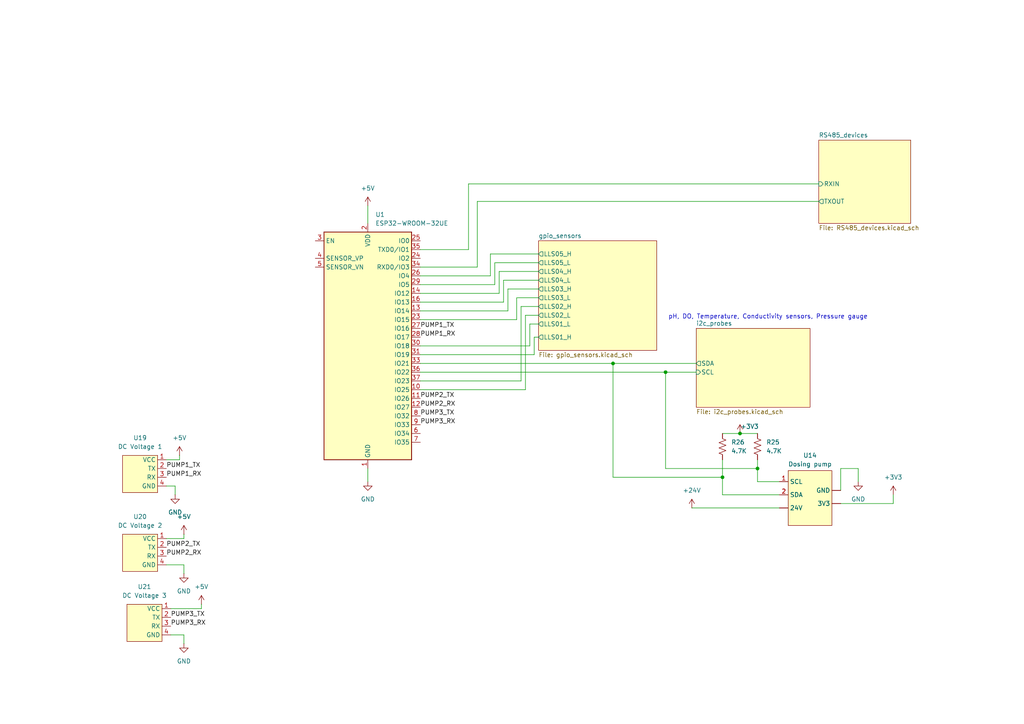
<source format=kicad_sch>
(kicad_sch
	(version 20231120)
	(generator "eeschema")
	(generator_version "8.0")
	(uuid "817c1b7f-8402-400b-b23d-5cabf64d6980")
	(paper "A4")
	(lib_symbols
		(symbol "Device:R_US"
			(pin_numbers hide)
			(pin_names
				(offset 0)
			)
			(exclude_from_sim no)
			(in_bom yes)
			(on_board yes)
			(property "Reference" "R"
				(at 2.54 0 90)
				(effects
					(font
						(size 1.27 1.27)
					)
				)
			)
			(property "Value" "R_US"
				(at -2.54 0 90)
				(effects
					(font
						(size 1.27 1.27)
					)
				)
			)
			(property "Footprint" ""
				(at 1.016 -0.254 90)
				(effects
					(font
						(size 1.27 1.27)
					)
					(hide yes)
				)
			)
			(property "Datasheet" "~"
				(at 0 0 0)
				(effects
					(font
						(size 1.27 1.27)
					)
					(hide yes)
				)
			)
			(property "Description" "Resistor, US symbol"
				(at 0 0 0)
				(effects
					(font
						(size 1.27 1.27)
					)
					(hide yes)
				)
			)
			(property "ki_keywords" "R res resistor"
				(at 0 0 0)
				(effects
					(font
						(size 1.27 1.27)
					)
					(hide yes)
				)
			)
			(property "ki_fp_filters" "R_*"
				(at 0 0 0)
				(effects
					(font
						(size 1.27 1.27)
					)
					(hide yes)
				)
			)
			(symbol "R_US_0_1"
				(polyline
					(pts
						(xy 0 -2.286) (xy 0 -2.54)
					)
					(stroke
						(width 0)
						(type default)
					)
					(fill
						(type none)
					)
				)
				(polyline
					(pts
						(xy 0 2.286) (xy 0 2.54)
					)
					(stroke
						(width 0)
						(type default)
					)
					(fill
						(type none)
					)
				)
				(polyline
					(pts
						(xy 0 -0.762) (xy 1.016 -1.143) (xy 0 -1.524) (xy -1.016 -1.905) (xy 0 -2.286)
					)
					(stroke
						(width 0)
						(type default)
					)
					(fill
						(type none)
					)
				)
				(polyline
					(pts
						(xy 0 0.762) (xy 1.016 0.381) (xy 0 0) (xy -1.016 -0.381) (xy 0 -0.762)
					)
					(stroke
						(width 0)
						(type default)
					)
					(fill
						(type none)
					)
				)
				(polyline
					(pts
						(xy 0 2.286) (xy 1.016 1.905) (xy 0 1.524) (xy -1.016 1.143) (xy 0 0.762)
					)
					(stroke
						(width 0)
						(type default)
					)
					(fill
						(type none)
					)
				)
			)
			(symbol "R_US_1_1"
				(pin passive line
					(at 0 3.81 270)
					(length 1.27)
					(name "~"
						(effects
							(font
								(size 1.27 1.27)
							)
						)
					)
					(number "1"
						(effects
							(font
								(size 1.27 1.27)
							)
						)
					)
				)
				(pin passive line
					(at 0 -3.81 90)
					(length 1.27)
					(name "~"
						(effects
							(font
								(size 1.27 1.27)
							)
						)
					)
					(number "2"
						(effects
							(font
								(size 1.27 1.27)
							)
						)
					)
				)
			)
		)
		(symbol "RF_Module:ESP32-WROOM-32UE"
			(exclude_from_sim no)
			(in_bom yes)
			(on_board yes)
			(property "Reference" "U"
				(at -12.7 34.29 0)
				(effects
					(font
						(size 1.27 1.27)
					)
					(justify left)
				)
			)
			(property "Value" "ESP32-WROOM-32UE"
				(at 1.27 34.29 0)
				(effects
					(font
						(size 1.27 1.27)
					)
					(justify left)
				)
			)
			(property "Footprint" "RF_Module:ESP32-WROOM-32UE"
				(at 16.51 -34.29 0)
				(effects
					(font
						(size 1.27 1.27)
					)
					(hide yes)
				)
			)
			(property "Datasheet" "https://www.espressif.com/sites/default/files/documentation/esp32-wroom-32e_esp32-wroom-32ue_datasheet_en.pdf"
				(at 0 0 0)
				(effects
					(font
						(size 1.27 1.27)
					)
					(hide yes)
				)
			)
			(property "Description" "RF Module, ESP32-D0WD-V3 SoC, without PSRAM, Wi-Fi 802.11b/g/n, Bluetooth, BLE, 32-bit, 2.7-3.6V, external antenna, SMD"
				(at 0 0 0)
				(effects
					(font
						(size 1.27 1.27)
					)
					(hide yes)
				)
			)
			(property "ki_keywords" "RF Radio BT ESP ESP32 Espressif external U.FL antenna"
				(at 0 0 0)
				(effects
					(font
						(size 1.27 1.27)
					)
					(hide yes)
				)
			)
			(property "ki_fp_filters" "ESP32?WROOM?32UE*"
				(at 0 0 0)
				(effects
					(font
						(size 1.27 1.27)
					)
					(hide yes)
				)
			)
			(symbol "ESP32-WROOM-32UE_0_1"
				(rectangle
					(start -12.7 33.02)
					(end 12.7 -33.02)
					(stroke
						(width 0.254)
						(type default)
					)
					(fill
						(type background)
					)
				)
			)
			(symbol "ESP32-WROOM-32UE_1_1"
				(pin power_in line
					(at 0 -35.56 90)
					(length 2.54)
					(name "GND"
						(effects
							(font
								(size 1.27 1.27)
							)
						)
					)
					(number "1"
						(effects
							(font
								(size 1.27 1.27)
							)
						)
					)
				)
				(pin bidirectional line
					(at 15.24 -12.7 180)
					(length 2.54)
					(name "IO25"
						(effects
							(font
								(size 1.27 1.27)
							)
						)
					)
					(number "10"
						(effects
							(font
								(size 1.27 1.27)
							)
						)
					)
				)
				(pin bidirectional line
					(at 15.24 -15.24 180)
					(length 2.54)
					(name "IO26"
						(effects
							(font
								(size 1.27 1.27)
							)
						)
					)
					(number "11"
						(effects
							(font
								(size 1.27 1.27)
							)
						)
					)
				)
				(pin bidirectional line
					(at 15.24 -17.78 180)
					(length 2.54)
					(name "IO27"
						(effects
							(font
								(size 1.27 1.27)
							)
						)
					)
					(number "12"
						(effects
							(font
								(size 1.27 1.27)
							)
						)
					)
				)
				(pin bidirectional line
					(at 15.24 10.16 180)
					(length 2.54)
					(name "IO14"
						(effects
							(font
								(size 1.27 1.27)
							)
						)
					)
					(number "13"
						(effects
							(font
								(size 1.27 1.27)
							)
						)
					)
				)
				(pin bidirectional line
					(at 15.24 15.24 180)
					(length 2.54)
					(name "IO12"
						(effects
							(font
								(size 1.27 1.27)
							)
						)
					)
					(number "14"
						(effects
							(font
								(size 1.27 1.27)
							)
						)
					)
				)
				(pin passive line
					(at 0 -35.56 90)
					(length 2.54) hide
					(name "GND"
						(effects
							(font
								(size 1.27 1.27)
							)
						)
					)
					(number "15"
						(effects
							(font
								(size 1.27 1.27)
							)
						)
					)
				)
				(pin bidirectional line
					(at 15.24 12.7 180)
					(length 2.54)
					(name "IO13"
						(effects
							(font
								(size 1.27 1.27)
							)
						)
					)
					(number "16"
						(effects
							(font
								(size 1.27 1.27)
							)
						)
					)
				)
				(pin no_connect line
					(at -12.7 -5.08 0)
					(length 2.54) hide
					(name "NC"
						(effects
							(font
								(size 1.27 1.27)
							)
						)
					)
					(number "17"
						(effects
							(font
								(size 1.27 1.27)
							)
						)
					)
				)
				(pin no_connect line
					(at -12.7 -7.62 0)
					(length 2.54) hide
					(name "NC"
						(effects
							(font
								(size 1.27 1.27)
							)
						)
					)
					(number "18"
						(effects
							(font
								(size 1.27 1.27)
							)
						)
					)
				)
				(pin no_connect line
					(at -12.7 -12.7 0)
					(length 2.54) hide
					(name "NC"
						(effects
							(font
								(size 1.27 1.27)
							)
						)
					)
					(number "19"
						(effects
							(font
								(size 1.27 1.27)
							)
						)
					)
				)
				(pin power_in line
					(at 0 35.56 270)
					(length 2.54)
					(name "VDD"
						(effects
							(font
								(size 1.27 1.27)
							)
						)
					)
					(number "2"
						(effects
							(font
								(size 1.27 1.27)
							)
						)
					)
				)
				(pin no_connect line
					(at -12.7 -10.16 0)
					(length 2.54) hide
					(name "NC"
						(effects
							(font
								(size 1.27 1.27)
							)
						)
					)
					(number "20"
						(effects
							(font
								(size 1.27 1.27)
							)
						)
					)
				)
				(pin no_connect line
					(at -12.7 0 0)
					(length 2.54) hide
					(name "NC"
						(effects
							(font
								(size 1.27 1.27)
							)
						)
					)
					(number "21"
						(effects
							(font
								(size 1.27 1.27)
							)
						)
					)
				)
				(pin no_connect line
					(at -12.7 -2.54 0)
					(length 2.54) hide
					(name "NC"
						(effects
							(font
								(size 1.27 1.27)
							)
						)
					)
					(number "22"
						(effects
							(font
								(size 1.27 1.27)
							)
						)
					)
				)
				(pin bidirectional line
					(at 15.24 7.62 180)
					(length 2.54)
					(name "IO15"
						(effects
							(font
								(size 1.27 1.27)
							)
						)
					)
					(number "23"
						(effects
							(font
								(size 1.27 1.27)
							)
						)
					)
				)
				(pin bidirectional line
					(at 15.24 25.4 180)
					(length 2.54)
					(name "IO2"
						(effects
							(font
								(size 1.27 1.27)
							)
						)
					)
					(number "24"
						(effects
							(font
								(size 1.27 1.27)
							)
						)
					)
				)
				(pin bidirectional line
					(at 15.24 30.48 180)
					(length 2.54)
					(name "IO0"
						(effects
							(font
								(size 1.27 1.27)
							)
						)
					)
					(number "25"
						(effects
							(font
								(size 1.27 1.27)
							)
						)
					)
				)
				(pin bidirectional line
					(at 15.24 20.32 180)
					(length 2.54)
					(name "IO4"
						(effects
							(font
								(size 1.27 1.27)
							)
						)
					)
					(number "26"
						(effects
							(font
								(size 1.27 1.27)
							)
						)
					)
				)
				(pin bidirectional line
					(at 15.24 5.08 180)
					(length 2.54)
					(name "IO16"
						(effects
							(font
								(size 1.27 1.27)
							)
						)
					)
					(number "27"
						(effects
							(font
								(size 1.27 1.27)
							)
						)
					)
				)
				(pin bidirectional line
					(at 15.24 2.54 180)
					(length 2.54)
					(name "IO17"
						(effects
							(font
								(size 1.27 1.27)
							)
						)
					)
					(number "28"
						(effects
							(font
								(size 1.27 1.27)
							)
						)
					)
				)
				(pin bidirectional line
					(at 15.24 17.78 180)
					(length 2.54)
					(name "IO5"
						(effects
							(font
								(size 1.27 1.27)
							)
						)
					)
					(number "29"
						(effects
							(font
								(size 1.27 1.27)
							)
						)
					)
				)
				(pin input line
					(at -15.24 30.48 0)
					(length 2.54)
					(name "EN"
						(effects
							(font
								(size 1.27 1.27)
							)
						)
					)
					(number "3"
						(effects
							(font
								(size 1.27 1.27)
							)
						)
					)
				)
				(pin bidirectional line
					(at 15.24 0 180)
					(length 2.54)
					(name "IO18"
						(effects
							(font
								(size 1.27 1.27)
							)
						)
					)
					(number "30"
						(effects
							(font
								(size 1.27 1.27)
							)
						)
					)
				)
				(pin bidirectional line
					(at 15.24 -2.54 180)
					(length 2.54)
					(name "IO19"
						(effects
							(font
								(size 1.27 1.27)
							)
						)
					)
					(number "31"
						(effects
							(font
								(size 1.27 1.27)
							)
						)
					)
				)
				(pin no_connect line
					(at -12.7 -27.94 0)
					(length 2.54) hide
					(name "NC"
						(effects
							(font
								(size 1.27 1.27)
							)
						)
					)
					(number "32"
						(effects
							(font
								(size 1.27 1.27)
							)
						)
					)
				)
				(pin bidirectional line
					(at 15.24 -5.08 180)
					(length 2.54)
					(name "IO21"
						(effects
							(font
								(size 1.27 1.27)
							)
						)
					)
					(number "33"
						(effects
							(font
								(size 1.27 1.27)
							)
						)
					)
				)
				(pin bidirectional line
					(at 15.24 22.86 180)
					(length 2.54)
					(name "RXD0/IO3"
						(effects
							(font
								(size 1.27 1.27)
							)
						)
					)
					(number "34"
						(effects
							(font
								(size 1.27 1.27)
							)
						)
					)
				)
				(pin bidirectional line
					(at 15.24 27.94 180)
					(length 2.54)
					(name "TXD0/IO1"
						(effects
							(font
								(size 1.27 1.27)
							)
						)
					)
					(number "35"
						(effects
							(font
								(size 1.27 1.27)
							)
						)
					)
				)
				(pin bidirectional line
					(at 15.24 -7.62 180)
					(length 2.54)
					(name "IO22"
						(effects
							(font
								(size 1.27 1.27)
							)
						)
					)
					(number "36"
						(effects
							(font
								(size 1.27 1.27)
							)
						)
					)
				)
				(pin bidirectional line
					(at 15.24 -10.16 180)
					(length 2.54)
					(name "IO23"
						(effects
							(font
								(size 1.27 1.27)
							)
						)
					)
					(number "37"
						(effects
							(font
								(size 1.27 1.27)
							)
						)
					)
				)
				(pin passive line
					(at 0 -35.56 90)
					(length 2.54) hide
					(name "GND"
						(effects
							(font
								(size 1.27 1.27)
							)
						)
					)
					(number "38"
						(effects
							(font
								(size 1.27 1.27)
							)
						)
					)
				)
				(pin passive line
					(at 0 -35.56 90)
					(length 2.54) hide
					(name "GND"
						(effects
							(font
								(size 1.27 1.27)
							)
						)
					)
					(number "39"
						(effects
							(font
								(size 1.27 1.27)
							)
						)
					)
				)
				(pin input line
					(at -15.24 25.4 0)
					(length 2.54)
					(name "SENSOR_VP"
						(effects
							(font
								(size 1.27 1.27)
							)
						)
					)
					(number "4"
						(effects
							(font
								(size 1.27 1.27)
							)
						)
					)
				)
				(pin input line
					(at -15.24 22.86 0)
					(length 2.54)
					(name "SENSOR_VN"
						(effects
							(font
								(size 1.27 1.27)
							)
						)
					)
					(number "5"
						(effects
							(font
								(size 1.27 1.27)
							)
						)
					)
				)
				(pin input line
					(at 15.24 -25.4 180)
					(length 2.54)
					(name "IO34"
						(effects
							(font
								(size 1.27 1.27)
							)
						)
					)
					(number "6"
						(effects
							(font
								(size 1.27 1.27)
							)
						)
					)
				)
				(pin input line
					(at 15.24 -27.94 180)
					(length 2.54)
					(name "IO35"
						(effects
							(font
								(size 1.27 1.27)
							)
						)
					)
					(number "7"
						(effects
							(font
								(size 1.27 1.27)
							)
						)
					)
				)
				(pin bidirectional line
					(at 15.24 -20.32 180)
					(length 2.54)
					(name "IO32"
						(effects
							(font
								(size 1.27 1.27)
							)
						)
					)
					(number "8"
						(effects
							(font
								(size 1.27 1.27)
							)
						)
					)
				)
				(pin bidirectional line
					(at 15.24 -22.86 180)
					(length 2.54)
					(name "IO33"
						(effects
							(font
								(size 1.27 1.27)
							)
						)
					)
					(number "9"
						(effects
							(font
								(size 1.27 1.27)
							)
						)
					)
				)
			)
		)
		(symbol "esp32-wastewater:RS232_to_UART"
			(exclude_from_sim no)
			(in_bom yes)
			(on_board yes)
			(property "Reference" "U"
				(at 0 0 0)
				(effects
					(font
						(size 1.27 1.27)
					)
				)
			)
			(property "Value" "RS232 to UART"
				(at 0 0 0)
				(effects
					(font
						(size 1.27 1.27)
					)
				)
			)
			(property "Footprint" ""
				(at 0 0 0)
				(effects
					(font
						(size 1.27 1.27)
					)
					(hide yes)
				)
			)
			(property "Datasheet" ""
				(at 0 0 0)
				(effects
					(font
						(size 1.27 1.27)
					)
					(hide yes)
				)
			)
			(property "Description" ""
				(at 0 0 0)
				(effects
					(font
						(size 1.27 1.27)
					)
					(hide yes)
				)
			)
			(symbol "RS232_to_UART_1_1"
				(rectangle
					(start -8.89 -1.27)
					(end 1.27 -12.065)
					(stroke
						(width 0)
						(type default)
					)
					(fill
						(type background)
					)
				)
				(pin power_in line
					(at 3.81 -2.54 180)
					(length 2.54)
					(name "VCC"
						(effects
							(font
								(size 1.27 1.27)
							)
						)
					)
					(number "1"
						(effects
							(font
								(size 1.27 1.27)
							)
						)
					)
				)
				(pin output line
					(at 3.81 -5.08 180)
					(length 2.54)
					(name "TX"
						(effects
							(font
								(size 1.27 1.27)
							)
						)
					)
					(number "2"
						(effects
							(font
								(size 1.27 1.27)
							)
						)
					)
				)
				(pin input line
					(at 3.81 -7.62 180)
					(length 2.54)
					(name "RX"
						(effects
							(font
								(size 1.27 1.27)
							)
						)
					)
					(number "3"
						(effects
							(font
								(size 1.27 1.27)
							)
						)
					)
				)
				(pin power_in line
					(at 3.81 -10.16 180)
					(length 2.54)
					(name "GND"
						(effects
							(font
								(size 1.27 1.27)
							)
						)
					)
					(number "4"
						(effects
							(font
								(size 1.27 1.27)
							)
						)
					)
				)
			)
		)
		(symbol "esp32-wastewater:dosing_pump"
			(exclude_from_sim no)
			(in_bom yes)
			(on_board yes)
			(property "Reference" "U"
				(at 0 0 0)
				(effects
					(font
						(size 1.27 1.27)
					)
				)
			)
			(property "Value" "Dosing pump"
				(at 0.762 -18.034 0)
				(effects
					(font
						(size 1.27 1.27)
					)
				)
			)
			(property "Footprint" ""
				(at 0 0 0)
				(effects
					(font
						(size 1.27 1.27)
					)
					(hide yes)
				)
			)
			(property "Datasheet" ""
				(at 0 0 0)
				(effects
					(font
						(size 1.27 1.27)
					)
					(hide yes)
				)
			)
			(property "Description" ""
				(at 0 0 0)
				(effects
					(font
						(size 1.27 1.27)
					)
					(hide yes)
				)
			)
			(symbol "dosing_pump_1_1"
				(rectangle
					(start -6.35 -0.635)
					(end 6.35 -16.51)
					(stroke
						(width 0)
						(type default)
					)
					(fill
						(type background)
					)
				)
				(pin power_in line
					(at -8.89 -11.43 0)
					(length 2.54)
					(name "24V"
						(effects
							(font
								(size 1.27 1.27)
							)
						)
					)
					(number ""
						(effects
							(font
								(size 1.27 1.27)
							)
						)
					)
				)
				(pin power_in line
					(at 8.89 -10.16 180)
					(length 2.54)
					(name "3V3"
						(effects
							(font
								(size 1.27 1.27)
							)
						)
					)
					(number ""
						(effects
							(font
								(size 1.27 1.27)
							)
						)
					)
				)
				(pin power_in line
					(at 8.89 -6.35 180)
					(length 2.54)
					(name "GND"
						(effects
							(font
								(size 1.27 1.27)
							)
						)
					)
					(number ""
						(effects
							(font
								(size 1.27 1.27)
							)
						)
					)
				)
				(pin passive line
					(at -8.89 -3.81 0)
					(length 2.54)
					(name "SCL"
						(effects
							(font
								(size 1.27 1.27)
							)
						)
					)
					(number "1"
						(effects
							(font
								(size 1.27 1.27)
							)
						)
					)
				)
				(pin passive line
					(at -8.89 -7.62 0)
					(length 2.54)
					(name "SDA"
						(effects
							(font
								(size 1.27 1.27)
							)
						)
					)
					(number "2"
						(effects
							(font
								(size 1.27 1.27)
							)
						)
					)
				)
			)
		)
		(symbol "power:+24V"
			(power)
			(pin_numbers hide)
			(pin_names
				(offset 0) hide)
			(exclude_from_sim no)
			(in_bom yes)
			(on_board yes)
			(property "Reference" "#PWR"
				(at 0 -3.81 0)
				(effects
					(font
						(size 1.27 1.27)
					)
					(hide yes)
				)
			)
			(property "Value" "+24V"
				(at 0 3.556 0)
				(effects
					(font
						(size 1.27 1.27)
					)
				)
			)
			(property "Footprint" ""
				(at 0 0 0)
				(effects
					(font
						(size 1.27 1.27)
					)
					(hide yes)
				)
			)
			(property "Datasheet" ""
				(at 0 0 0)
				(effects
					(font
						(size 1.27 1.27)
					)
					(hide yes)
				)
			)
			(property "Description" "Power symbol creates a global label with name \"+24V\""
				(at 0 0 0)
				(effects
					(font
						(size 1.27 1.27)
					)
					(hide yes)
				)
			)
			(property "ki_keywords" "global power"
				(at 0 0 0)
				(effects
					(font
						(size 1.27 1.27)
					)
					(hide yes)
				)
			)
			(symbol "+24V_0_1"
				(polyline
					(pts
						(xy -0.762 1.27) (xy 0 2.54)
					)
					(stroke
						(width 0)
						(type default)
					)
					(fill
						(type none)
					)
				)
				(polyline
					(pts
						(xy 0 0) (xy 0 2.54)
					)
					(stroke
						(width 0)
						(type default)
					)
					(fill
						(type none)
					)
				)
				(polyline
					(pts
						(xy 0 2.54) (xy 0.762 1.27)
					)
					(stroke
						(width 0)
						(type default)
					)
					(fill
						(type none)
					)
				)
			)
			(symbol "+24V_1_1"
				(pin power_in line
					(at 0 0 90)
					(length 0)
					(name "~"
						(effects
							(font
								(size 1.27 1.27)
							)
						)
					)
					(number "1"
						(effects
							(font
								(size 1.27 1.27)
							)
						)
					)
				)
			)
		)
		(symbol "power:+3V3"
			(power)
			(pin_numbers hide)
			(pin_names
				(offset 0) hide)
			(exclude_from_sim no)
			(in_bom yes)
			(on_board yes)
			(property "Reference" "#PWR"
				(at 0 -3.81 0)
				(effects
					(font
						(size 1.27 1.27)
					)
					(hide yes)
				)
			)
			(property "Value" "+3V3"
				(at 0 3.556 0)
				(effects
					(font
						(size 1.27 1.27)
					)
				)
			)
			(property "Footprint" ""
				(at 0 0 0)
				(effects
					(font
						(size 1.27 1.27)
					)
					(hide yes)
				)
			)
			(property "Datasheet" ""
				(at 0 0 0)
				(effects
					(font
						(size 1.27 1.27)
					)
					(hide yes)
				)
			)
			(property "Description" "Power symbol creates a global label with name \"+3V3\""
				(at 0 0 0)
				(effects
					(font
						(size 1.27 1.27)
					)
					(hide yes)
				)
			)
			(property "ki_keywords" "global power"
				(at 0 0 0)
				(effects
					(font
						(size 1.27 1.27)
					)
					(hide yes)
				)
			)
			(symbol "+3V3_0_1"
				(polyline
					(pts
						(xy -0.762 1.27) (xy 0 2.54)
					)
					(stroke
						(width 0)
						(type default)
					)
					(fill
						(type none)
					)
				)
				(polyline
					(pts
						(xy 0 0) (xy 0 2.54)
					)
					(stroke
						(width 0)
						(type default)
					)
					(fill
						(type none)
					)
				)
				(polyline
					(pts
						(xy 0 2.54) (xy 0.762 1.27)
					)
					(stroke
						(width 0)
						(type default)
					)
					(fill
						(type none)
					)
				)
			)
			(symbol "+3V3_1_1"
				(pin power_in line
					(at 0 0 90)
					(length 0)
					(name "~"
						(effects
							(font
								(size 1.27 1.27)
							)
						)
					)
					(number "1"
						(effects
							(font
								(size 1.27 1.27)
							)
						)
					)
				)
			)
		)
		(symbol "power:+5V"
			(power)
			(pin_numbers hide)
			(pin_names
				(offset 0) hide)
			(exclude_from_sim no)
			(in_bom yes)
			(on_board yes)
			(property "Reference" "#PWR"
				(at 0 -3.81 0)
				(effects
					(font
						(size 1.27 1.27)
					)
					(hide yes)
				)
			)
			(property "Value" "+5V"
				(at 0 3.556 0)
				(effects
					(font
						(size 1.27 1.27)
					)
				)
			)
			(property "Footprint" ""
				(at 0 0 0)
				(effects
					(font
						(size 1.27 1.27)
					)
					(hide yes)
				)
			)
			(property "Datasheet" ""
				(at 0 0 0)
				(effects
					(font
						(size 1.27 1.27)
					)
					(hide yes)
				)
			)
			(property "Description" "Power symbol creates a global label with name \"+5V\""
				(at 0 0 0)
				(effects
					(font
						(size 1.27 1.27)
					)
					(hide yes)
				)
			)
			(property "ki_keywords" "global power"
				(at 0 0 0)
				(effects
					(font
						(size 1.27 1.27)
					)
					(hide yes)
				)
			)
			(symbol "+5V_0_1"
				(polyline
					(pts
						(xy -0.762 1.27) (xy 0 2.54)
					)
					(stroke
						(width 0)
						(type default)
					)
					(fill
						(type none)
					)
				)
				(polyline
					(pts
						(xy 0 0) (xy 0 2.54)
					)
					(stroke
						(width 0)
						(type default)
					)
					(fill
						(type none)
					)
				)
				(polyline
					(pts
						(xy 0 2.54) (xy 0.762 1.27)
					)
					(stroke
						(width 0)
						(type default)
					)
					(fill
						(type none)
					)
				)
			)
			(symbol "+5V_1_1"
				(pin power_in line
					(at 0 0 90)
					(length 0)
					(name "~"
						(effects
							(font
								(size 1.27 1.27)
							)
						)
					)
					(number "1"
						(effects
							(font
								(size 1.27 1.27)
							)
						)
					)
				)
			)
		)
		(symbol "power:GND"
			(power)
			(pin_numbers hide)
			(pin_names
				(offset 0) hide)
			(exclude_from_sim no)
			(in_bom yes)
			(on_board yes)
			(property "Reference" "#PWR"
				(at 0 -6.35 0)
				(effects
					(font
						(size 1.27 1.27)
					)
					(hide yes)
				)
			)
			(property "Value" "GND"
				(at 0 -3.81 0)
				(effects
					(font
						(size 1.27 1.27)
					)
				)
			)
			(property "Footprint" ""
				(at 0 0 0)
				(effects
					(font
						(size 1.27 1.27)
					)
					(hide yes)
				)
			)
			(property "Datasheet" ""
				(at 0 0 0)
				(effects
					(font
						(size 1.27 1.27)
					)
					(hide yes)
				)
			)
			(property "Description" "Power symbol creates a global label with name \"GND\" , ground"
				(at 0 0 0)
				(effects
					(font
						(size 1.27 1.27)
					)
					(hide yes)
				)
			)
			(property "ki_keywords" "global power"
				(at 0 0 0)
				(effects
					(font
						(size 1.27 1.27)
					)
					(hide yes)
				)
			)
			(symbol "GND_0_1"
				(polyline
					(pts
						(xy 0 0) (xy 0 -1.27) (xy 1.27 -1.27) (xy 0 -2.54) (xy -1.27 -1.27) (xy 0 -1.27)
					)
					(stroke
						(width 0)
						(type default)
					)
					(fill
						(type none)
					)
				)
			)
			(symbol "GND_1_1"
				(pin power_in line
					(at 0 0 270)
					(length 0)
					(name "~"
						(effects
							(font
								(size 1.27 1.27)
							)
						)
					)
					(number "1"
						(effects
							(font
								(size 1.27 1.27)
							)
						)
					)
				)
			)
		)
	)
	(junction
		(at 209.55 138.43)
		(diameter 0)
		(color 0 0 0 0)
		(uuid "53f5e062-e22c-4fc7-b297-42710d7a6098")
	)
	(junction
		(at 177.8 105.41)
		(diameter 0)
		(color 0 0 0 0)
		(uuid "5a3d2f36-2f91-4054-b8ad-7feb7fdaabdf")
	)
	(junction
		(at 219.71 135.89)
		(diameter 0)
		(color 0 0 0 0)
		(uuid "87139f7c-ad66-424f-990b-b2ad0a6cb8d0")
	)
	(junction
		(at 214.63 125.73)
		(diameter 0)
		(color 0 0 0 0)
		(uuid "e8eb8ef0-6d48-41f7-be45-e72c7cd23f7d")
	)
	(junction
		(at 193.04 107.95)
		(diameter 0)
		(color 0 0 0 0)
		(uuid "fb08829b-731b-4be4-bf7c-cba5cf02a1ec")
	)
	(wire
		(pts
			(xy 48.26 163.83) (xy 53.34 163.83)
		)
		(stroke
			(width 0)
			(type default)
		)
		(uuid "00052e63-84cf-46ab-84ee-2a6735ffdc95")
	)
	(wire
		(pts
			(xy 219.71 135.89) (xy 193.04 135.89)
		)
		(stroke
			(width 0)
			(type default)
		)
		(uuid "05065429-45da-47cf-8b8d-8f5958d4a914")
	)
	(wire
		(pts
			(xy 48.26 133.35) (xy 52.07 133.35)
		)
		(stroke
			(width 0)
			(type default)
		)
		(uuid "058fe9a7-ffc2-4294-ad74-b69224158ced")
	)
	(wire
		(pts
			(xy 243.84 146.05) (xy 259.08 146.05)
		)
		(stroke
			(width 0)
			(type default)
		)
		(uuid "0bf31df4-e089-406a-864b-30950f7da73b")
	)
	(wire
		(pts
			(xy 156.21 78.74) (xy 144.78 78.74)
		)
		(stroke
			(width 0)
			(type default)
		)
		(uuid "0ea8b6a6-2bc8-499a-9088-0aed7eb612bb")
	)
	(wire
		(pts
			(xy 53.34 163.83) (xy 53.34 166.37)
		)
		(stroke
			(width 0)
			(type default)
		)
		(uuid "1bb665b0-20b3-4d2e-ab40-7398e65b7669")
	)
	(wire
		(pts
			(xy 156.21 73.66) (xy 142.24 73.66)
		)
		(stroke
			(width 0)
			(type default)
		)
		(uuid "1c2ac37f-9336-41df-96a4-55e78ce73104")
	)
	(wire
		(pts
			(xy 153.67 100.33) (xy 121.92 100.33)
		)
		(stroke
			(width 0)
			(type default)
		)
		(uuid "1d3e5f47-7818-437d-a24b-5363f75beea0")
	)
	(wire
		(pts
			(xy 209.55 125.73) (xy 214.63 125.73)
		)
		(stroke
			(width 0)
			(type default)
		)
		(uuid "23a8dc8d-bc86-413e-8246-b6f826fae270")
	)
	(wire
		(pts
			(xy 53.34 184.15) (xy 53.34 186.69)
		)
		(stroke
			(width 0)
			(type default)
		)
		(uuid "29197ef2-f530-41be-a80a-a1148ae241e5")
	)
	(wire
		(pts
			(xy 259.08 146.05) (xy 259.08 143.51)
		)
		(stroke
			(width 0)
			(type default)
		)
		(uuid "29231559-e04c-43c7-a5e5-935a90724dc3")
	)
	(wire
		(pts
			(xy 156.21 83.82) (xy 147.32 83.82)
		)
		(stroke
			(width 0)
			(type default)
		)
		(uuid "2ab5d084-3a2c-482a-9f10-22c0cf034b4c")
	)
	(wire
		(pts
			(xy 147.32 90.17) (xy 121.92 90.17)
		)
		(stroke
			(width 0)
			(type default)
		)
		(uuid "2cbe36b0-87e9-4c7e-ae54-5f421c2420a0")
	)
	(wire
		(pts
			(xy 156.21 88.9) (xy 151.13 88.9)
		)
		(stroke
			(width 0)
			(type default)
		)
		(uuid "30156fd3-e571-4e1b-9ac2-32b1a065aef0")
	)
	(wire
		(pts
			(xy 214.63 125.73) (xy 219.71 125.73)
		)
		(stroke
			(width 0)
			(type default)
		)
		(uuid "315bb942-e039-4992-b09c-fc9657ff001f")
	)
	(wire
		(pts
			(xy 147.32 83.82) (xy 147.32 90.17)
		)
		(stroke
			(width 0)
			(type default)
		)
		(uuid "36c03f40-f057-4ea0-acd1-ed25542b00a1")
	)
	(wire
		(pts
			(xy 243.84 135.89) (xy 248.92 135.89)
		)
		(stroke
			(width 0)
			(type default)
		)
		(uuid "38bcbacf-5e0f-4999-bfbf-573b50c620ef")
	)
	(wire
		(pts
			(xy 49.53 176.53) (xy 58.42 176.53)
		)
		(stroke
			(width 0)
			(type default)
		)
		(uuid "3ab6af28-f656-49ee-a623-c8caa9b594ab")
	)
	(wire
		(pts
			(xy 156.21 93.98) (xy 153.67 93.98)
		)
		(stroke
			(width 0)
			(type default)
		)
		(uuid "4ec8e312-6396-4f29-a9da-21111869cfa0")
	)
	(wire
		(pts
			(xy 200.66 147.32) (xy 226.06 147.32)
		)
		(stroke
			(width 0)
			(type default)
		)
		(uuid "521ccde3-c761-4725-a317-c32418d4a6fb")
	)
	(wire
		(pts
			(xy 152.4 91.44) (xy 152.4 113.03)
		)
		(stroke
			(width 0)
			(type default)
		)
		(uuid "59feaed7-b93b-4b41-b229-38dd17e0ca1f")
	)
	(wire
		(pts
			(xy 135.89 53.34) (xy 237.49 53.34)
		)
		(stroke
			(width 0)
			(type default)
		)
		(uuid "5acc960b-cede-4583-929a-70410bf7701d")
	)
	(wire
		(pts
			(xy 226.06 139.7) (xy 219.71 139.7)
		)
		(stroke
			(width 0)
			(type default)
		)
		(uuid "5f8bfd67-011e-4edb-b527-68b1477c56a8")
	)
	(wire
		(pts
			(xy 156.21 81.28) (xy 146.05 81.28)
		)
		(stroke
			(width 0)
			(type default)
		)
		(uuid "612a33d0-1ed9-4d3e-88b9-cb50311006a3")
	)
	(wire
		(pts
			(xy 149.86 86.36) (xy 149.86 92.71)
		)
		(stroke
			(width 0)
			(type default)
		)
		(uuid "63c84fc5-8f58-4ceb-95b9-4dad0159f546")
	)
	(wire
		(pts
			(xy 146.05 87.63) (xy 121.92 87.63)
		)
		(stroke
			(width 0)
			(type default)
		)
		(uuid "655a4191-a2f9-4796-93ec-c24b7f0684ed")
	)
	(wire
		(pts
			(xy 106.68 135.89) (xy 106.68 139.7)
		)
		(stroke
			(width 0)
			(type default)
		)
		(uuid "65a15a5e-4396-47ec-919e-d82dbd28645c")
	)
	(wire
		(pts
			(xy 156.21 91.44) (xy 152.4 91.44)
		)
		(stroke
			(width 0)
			(type default)
		)
		(uuid "6ab17325-e2b5-4c3e-b190-c7cfd10c16f2")
	)
	(wire
		(pts
			(xy 48.26 156.21) (xy 53.34 156.21)
		)
		(stroke
			(width 0)
			(type default)
		)
		(uuid "6c112f8e-d407-45d0-88b2-c30cb320736d")
	)
	(wire
		(pts
			(xy 138.43 77.47) (xy 121.92 77.47)
		)
		(stroke
			(width 0)
			(type default)
		)
		(uuid "70dcaa55-f23f-4356-89f3-971f23dac023")
	)
	(wire
		(pts
			(xy 143.51 76.2) (xy 143.51 82.55)
		)
		(stroke
			(width 0)
			(type default)
		)
		(uuid "71c14a15-10d4-4fab-af1a-fcbd15303c06")
	)
	(wire
		(pts
			(xy 156.21 86.36) (xy 149.86 86.36)
		)
		(stroke
			(width 0)
			(type default)
		)
		(uuid "73fbcf81-a161-4a76-aa3c-5e0464f9297b")
	)
	(wire
		(pts
			(xy 138.43 58.42) (xy 138.43 77.47)
		)
		(stroke
			(width 0)
			(type default)
		)
		(uuid "7823c722-29a6-4da4-b8ef-d3f3342e4995")
	)
	(wire
		(pts
			(xy 138.43 58.42) (xy 237.49 58.42)
		)
		(stroke
			(width 0)
			(type default)
		)
		(uuid "7b070a9c-5099-4ca8-a3f0-7d712cd57989")
	)
	(wire
		(pts
			(xy 143.51 82.55) (xy 121.92 82.55)
		)
		(stroke
			(width 0)
			(type default)
		)
		(uuid "7eebbc7f-6795-484a-9f19-09f2390dd4bc")
	)
	(wire
		(pts
			(xy 53.34 156.21) (xy 53.34 154.94)
		)
		(stroke
			(width 0)
			(type default)
		)
		(uuid "7fbaa7dc-a6d7-437f-ad47-04fb26c08b43")
	)
	(wire
		(pts
			(xy 152.4 113.03) (xy 121.92 113.03)
		)
		(stroke
			(width 0)
			(type default)
		)
		(uuid "8118f9a4-9916-4aa2-96c2-c395d45a8310")
	)
	(wire
		(pts
			(xy 177.8 138.43) (xy 177.8 105.41)
		)
		(stroke
			(width 0)
			(type default)
		)
		(uuid "8b5b46d1-8d5c-4072-9fd7-6b86c9e45c79")
	)
	(wire
		(pts
			(xy 156.21 97.79) (xy 154.94 97.79)
		)
		(stroke
			(width 0)
			(type default)
		)
		(uuid "8bcd795c-22b0-426b-b712-74283060c539")
	)
	(wire
		(pts
			(xy 209.55 143.51) (xy 209.55 138.43)
		)
		(stroke
			(width 0)
			(type default)
		)
		(uuid "8c4f18c5-6f63-47b8-bd20-f41bd50252f6")
	)
	(wire
		(pts
			(xy 135.89 72.39) (xy 121.92 72.39)
		)
		(stroke
			(width 0)
			(type default)
		)
		(uuid "8d109b12-7739-4cfd-9cd2-6cac8a53952e")
	)
	(wire
		(pts
			(xy 48.26 140.97) (xy 50.8 140.97)
		)
		(stroke
			(width 0)
			(type default)
		)
		(uuid "8ffac390-9308-44f9-9f5c-42e2e65babb1")
	)
	(wire
		(pts
			(xy 153.67 93.98) (xy 153.67 100.33)
		)
		(stroke
			(width 0)
			(type default)
		)
		(uuid "915ebad9-37f8-42f8-971c-d35bffad8c5d")
	)
	(wire
		(pts
			(xy 151.13 88.9) (xy 151.13 110.49)
		)
		(stroke
			(width 0)
			(type default)
		)
		(uuid "96c6ca47-6877-4a34-9932-5d2290a2e937")
	)
	(wire
		(pts
			(xy 135.89 53.34) (xy 135.89 72.39)
		)
		(stroke
			(width 0)
			(type default)
		)
		(uuid "9c479ff1-7267-4d90-9007-1db9a34514dc")
	)
	(wire
		(pts
			(xy 193.04 135.89) (xy 193.04 107.95)
		)
		(stroke
			(width 0)
			(type default)
		)
		(uuid "9e66bbf6-8d82-4f74-929a-fd8bc427a7d7")
	)
	(wire
		(pts
			(xy 248.92 135.89) (xy 248.92 139.7)
		)
		(stroke
			(width 0)
			(type default)
		)
		(uuid "9e9a8023-6a8a-4f7b-854d-ae6309a5d83e")
	)
	(wire
		(pts
			(xy 106.68 59.69) (xy 106.68 64.77)
		)
		(stroke
			(width 0)
			(type default)
		)
		(uuid "a31e6dfc-03f9-4fbd-91b4-5c9734313e46")
	)
	(wire
		(pts
			(xy 193.04 107.95) (xy 201.93 107.95)
		)
		(stroke
			(width 0)
			(type default)
		)
		(uuid "a79a65e5-9399-4a45-94af-2f4ea574366c")
	)
	(wire
		(pts
			(xy 142.24 73.66) (xy 142.24 80.01)
		)
		(stroke
			(width 0)
			(type default)
		)
		(uuid "aa42c1ae-b68c-4af2-bcdc-ac4e710a0c67")
	)
	(wire
		(pts
			(xy 209.55 138.43) (xy 209.55 133.35)
		)
		(stroke
			(width 0)
			(type default)
		)
		(uuid "aa8db480-0e6f-4197-8d29-e5ae85532fa7")
	)
	(wire
		(pts
			(xy 156.21 76.2) (xy 143.51 76.2)
		)
		(stroke
			(width 0)
			(type default)
		)
		(uuid "ace7df25-0181-4d4b-a0d4-39e1832e4a37")
	)
	(wire
		(pts
			(xy 209.55 138.43) (xy 177.8 138.43)
		)
		(stroke
			(width 0)
			(type default)
		)
		(uuid "af78d8c6-4422-4a46-94f3-32f41e49b33f")
	)
	(wire
		(pts
			(xy 154.94 97.79) (xy 154.94 102.87)
		)
		(stroke
			(width 0)
			(type default)
		)
		(uuid "b1513cb1-25cf-462e-9c2c-1839f6ca1a05")
	)
	(wire
		(pts
			(xy 121.92 107.95) (xy 193.04 107.95)
		)
		(stroke
			(width 0)
			(type default)
		)
		(uuid "bf7348ed-3ae3-432e-98db-0499041fa060")
	)
	(wire
		(pts
			(xy 219.71 139.7) (xy 219.71 135.89)
		)
		(stroke
			(width 0)
			(type default)
		)
		(uuid "c27fba53-7f2e-49ce-ac2b-dbf029086885")
	)
	(wire
		(pts
			(xy 50.8 140.97) (xy 50.8 143.51)
		)
		(stroke
			(width 0)
			(type default)
		)
		(uuid "c2b78ba3-5ee5-48e2-858c-41818222bf49")
	)
	(wire
		(pts
			(xy 144.78 85.09) (xy 121.92 85.09)
		)
		(stroke
			(width 0)
			(type default)
		)
		(uuid "c45570f7-dc11-4353-aa16-c1a7ae3a40b4")
	)
	(wire
		(pts
			(xy 146.05 81.28) (xy 146.05 87.63)
		)
		(stroke
			(width 0)
			(type default)
		)
		(uuid "c94d054a-b9ee-466d-a46f-15cb24d9c420")
	)
	(wire
		(pts
			(xy 226.06 143.51) (xy 209.55 143.51)
		)
		(stroke
			(width 0)
			(type default)
		)
		(uuid "cd4a03f4-ec65-4dce-8dde-7d892ec7a372")
	)
	(wire
		(pts
			(xy 151.13 110.49) (xy 121.92 110.49)
		)
		(stroke
			(width 0)
			(type default)
		)
		(uuid "cea18226-a8a7-461d-a68b-dc4a06158ceb")
	)
	(wire
		(pts
			(xy 201.93 105.41) (xy 177.8 105.41)
		)
		(stroke
			(width 0)
			(type default)
		)
		(uuid "d35378cb-d64b-4be6-919b-b0f81d7cdd14")
	)
	(wire
		(pts
			(xy 52.07 133.35) (xy 52.07 132.08)
		)
		(stroke
			(width 0)
			(type default)
		)
		(uuid "e1b08c38-5137-4820-a696-4939e1115ee9")
	)
	(wire
		(pts
			(xy 243.84 142.24) (xy 243.84 135.89)
		)
		(stroke
			(width 0)
			(type default)
		)
		(uuid "e27df95a-9143-4369-ac1e-62f0ecd178e7")
	)
	(wire
		(pts
			(xy 149.86 92.71) (xy 121.92 92.71)
		)
		(stroke
			(width 0)
			(type default)
		)
		(uuid "e52f5dcc-9100-483a-9cfa-2883c1e740da")
	)
	(wire
		(pts
			(xy 154.94 102.87) (xy 121.92 102.87)
		)
		(stroke
			(width 0)
			(type default)
		)
		(uuid "e7a82fca-1aef-4ee9-a057-1fb1beb9f38e")
	)
	(wire
		(pts
			(xy 121.92 105.41) (xy 177.8 105.41)
		)
		(stroke
			(width 0)
			(type default)
		)
		(uuid "e97a0c14-6787-488b-b32e-2531f2aa6b2c")
	)
	(wire
		(pts
			(xy 49.53 184.15) (xy 53.34 184.15)
		)
		(stroke
			(width 0)
			(type default)
		)
		(uuid "ecb8d81e-b52c-4f00-8c9a-a27e3fec16b1")
	)
	(wire
		(pts
			(xy 58.42 176.53) (xy 58.42 175.26)
		)
		(stroke
			(width 0)
			(type default)
		)
		(uuid "f48461a3-6503-4a80-b1c1-f78290d5baee")
	)
	(wire
		(pts
			(xy 142.24 80.01) (xy 121.92 80.01)
		)
		(stroke
			(width 0)
			(type default)
		)
		(uuid "f56e4898-9cd5-4706-8671-1eaaccb06c75")
	)
	(wire
		(pts
			(xy 144.78 78.74) (xy 144.78 85.09)
		)
		(stroke
			(width 0)
			(type default)
		)
		(uuid "f761bdd6-fc80-46fb-98ef-6e79bec89525")
	)
	(wire
		(pts
			(xy 219.71 135.89) (xy 219.71 133.35)
		)
		(stroke
			(width 0)
			(type default)
		)
		(uuid "fa70d0b0-852b-4afb-ab71-03105b13c903")
	)
	(text "pH, DO, Temperature, Conductivity sensors, Pressure gauge"
		(exclude_from_sim no)
		(at 222.758 91.948 0)
		(effects
			(font
				(size 1.27 1.27)
			)
		)
		(uuid "30a3fb48-f78d-47bd-965f-bf4dc576adb1")
	)
	(label "PUMP3_TX"
		(at 49.53 179.07 0)
		(effects
			(font
				(size 1.27 1.27)
			)
			(justify left bottom)
		)
		(uuid "0d6dd6c9-0600-4be9-8fd6-c9f2a040cf0d")
	)
	(label "PUMP3_TX"
		(at 121.92 120.65 0)
		(effects
			(font
				(size 1.27 1.27)
			)
			(justify left bottom)
		)
		(uuid "0fade188-736a-464a-ab1c-2d97828956b9")
	)
	(label "PUMP2_TX"
		(at 48.26 158.75 0)
		(effects
			(font
				(size 1.27 1.27)
			)
			(justify left bottom)
		)
		(uuid "20c43fae-152f-47bb-ab53-78f23f1245ca")
	)
	(label "PUMP3_RX"
		(at 121.92 123.19 0)
		(effects
			(font
				(size 1.27 1.27)
			)
			(justify left bottom)
		)
		(uuid "2e32ffe2-720d-47e6-8f62-59456a660d20")
	)
	(label "PUMP1_RX"
		(at 121.92 97.79 0)
		(effects
			(font
				(size 1.27 1.27)
			)
			(justify left bottom)
		)
		(uuid "325b1173-3d04-4c87-9c70-0e5ec039c1dc")
	)
	(label "PUMP3_RX"
		(at 49.53 181.61 0)
		(effects
			(font
				(size 1.27 1.27)
			)
			(justify left bottom)
		)
		(uuid "3368d414-c4ba-40b6-a4a7-d8b41ad3fe75")
	)
	(label "PUMP1_RX"
		(at 48.26 138.43 0)
		(effects
			(font
				(size 1.27 1.27)
			)
			(justify left bottom)
		)
		(uuid "4920c7b1-4012-48db-84a4-d2681d0eb5b0")
	)
	(label "PUMP2_RX"
		(at 48.26 161.29 0)
		(effects
			(font
				(size 1.27 1.27)
			)
			(justify left bottom)
		)
		(uuid "612d1de9-bfd4-4f2d-b4b7-6b751fb82b60")
	)
	(label "PUMP1_TX"
		(at 121.92 95.25 0)
		(effects
			(font
				(size 1.27 1.27)
			)
			(justify left bottom)
		)
		(uuid "61a15c5d-234c-4990-a246-9c1fd01b1a35")
	)
	(label "PUMP1_TX"
		(at 48.26 135.89 0)
		(effects
			(font
				(size 1.27 1.27)
			)
			(justify left bottom)
		)
		(uuid "a9c8ba2d-29c2-4a95-add2-a404dc81446d")
	)
	(label "PUMP2_RX"
		(at 121.92 118.11 0)
		(effects
			(font
				(size 1.27 1.27)
			)
			(justify left bottom)
		)
		(uuid "d2e11697-217a-421b-a7fc-d712673703d4")
	)
	(label "PUMP2_TX"
		(at 121.92 115.57 0)
		(effects
			(font
				(size 1.27 1.27)
			)
			(justify left bottom)
		)
		(uuid "f71011fc-e1df-4236-b859-49c62815bd17")
	)
	(symbol
		(lib_id "power:GND")
		(at 50.8 143.51 0)
		(unit 1)
		(exclude_from_sim no)
		(in_bom yes)
		(on_board yes)
		(dnp no)
		(fields_autoplaced yes)
		(uuid "102408dd-88a0-4b74-9e97-e3500796706a")
		(property "Reference" "#PWR62"
			(at 50.8 149.86 0)
			(effects
				(font
					(size 1.27 1.27)
				)
				(hide yes)
			)
		)
		(property "Value" "GND"
			(at 50.8 148.59 0)
			(effects
				(font
					(size 1.27 1.27)
				)
			)
		)
		(property "Footprint" ""
			(at 50.8 143.51 0)
			(effects
				(font
					(size 1.27 1.27)
				)
				(hide yes)
			)
		)
		(property "Datasheet" ""
			(at 50.8 143.51 0)
			(effects
				(font
					(size 1.27 1.27)
				)
				(hide yes)
			)
		)
		(property "Description" "Power symbol creates a global label with name \"GND\" , ground"
			(at 50.8 143.51 0)
			(effects
				(font
					(size 1.27 1.27)
				)
				(hide yes)
			)
		)
		(pin "1"
			(uuid "a97fa361-9b27-4ebc-ab55-3ec5a51002f1")
		)
		(instances
			(project "esp32-wastewater"
				(path "/817c1b7f-8402-400b-b23d-5cabf64d6980"
					(reference "#PWR62")
					(unit 1)
				)
			)
		)
	)
	(symbol
		(lib_id "esp32-wastewater:RS232_to_UART")
		(at 44.45 153.67 0)
		(unit 1)
		(exclude_from_sim no)
		(in_bom yes)
		(on_board yes)
		(dnp no)
		(fields_autoplaced yes)
		(uuid "1285d955-25f8-4a4c-96f1-3ef07e731719")
		(property "Reference" "U20"
			(at 40.64 149.86 0)
			(effects
				(font
					(size 1.27 1.27)
				)
			)
		)
		(property "Value" "DC Voltage 2"
			(at 40.64 152.4 0)
			(effects
				(font
					(size 1.27 1.27)
				)
			)
		)
		(property "Footprint" ""
			(at 44.45 153.67 0)
			(effects
				(font
					(size 1.27 1.27)
				)
				(hide yes)
			)
		)
		(property "Datasheet" ""
			(at 44.45 153.67 0)
			(effects
				(font
					(size 1.27 1.27)
				)
				(hide yes)
			)
		)
		(property "Description" ""
			(at 44.45 153.67 0)
			(effects
				(font
					(size 1.27 1.27)
				)
				(hide yes)
			)
		)
		(pin "1"
			(uuid "00523bb1-1caf-49e6-a3c2-b52a1b04a222")
		)
		(pin "4"
			(uuid "032ac794-52dc-4dd1-bdfe-7233043e4cfc")
		)
		(pin "3"
			(uuid "050bdb45-a53d-472a-b060-e2bc31682b67")
		)
		(pin "2"
			(uuid "8dfe3436-cba4-4b12-98e9-f78baec58e3b")
		)
		(instances
			(project ""
				(path "/817c1b7f-8402-400b-b23d-5cabf64d6980"
					(reference "U20")
					(unit 1)
				)
			)
		)
	)
	(symbol
		(lib_id "power:+3V3")
		(at 259.08 143.51 0)
		(unit 1)
		(exclude_from_sim no)
		(in_bom yes)
		(on_board yes)
		(dnp no)
		(fields_autoplaced yes)
		(uuid "314ec012-d160-4018-83cf-cac750f1bc4f")
		(property "Reference" "#PWR32"
			(at 259.08 147.32 0)
			(effects
				(font
					(size 1.27 1.27)
				)
				(hide yes)
			)
		)
		(property "Value" "+3V3"
			(at 259.08 138.43 0)
			(effects
				(font
					(size 1.27 1.27)
				)
			)
		)
		(property "Footprint" ""
			(at 259.08 143.51 0)
			(effects
				(font
					(size 1.27 1.27)
				)
				(hide yes)
			)
		)
		(property "Datasheet" ""
			(at 259.08 143.51 0)
			(effects
				(font
					(size 1.27 1.27)
				)
				(hide yes)
			)
		)
		(property "Description" "Power symbol creates a global label with name \"+3V3\""
			(at 259.08 143.51 0)
			(effects
				(font
					(size 1.27 1.27)
				)
				(hide yes)
			)
		)
		(pin "1"
			(uuid "611ed0c3-1e15-46b7-a225-596097f32321")
		)
		(instances
			(project ""
				(path "/817c1b7f-8402-400b-b23d-5cabf64d6980"
					(reference "#PWR32")
					(unit 1)
				)
			)
		)
	)
	(symbol
		(lib_id "esp32-wastewater:RS232_to_UART")
		(at 44.45 130.81 0)
		(unit 1)
		(exclude_from_sim no)
		(in_bom yes)
		(on_board yes)
		(dnp no)
		(fields_autoplaced yes)
		(uuid "3ad8519b-3185-41d1-9c72-40a33f9c5207")
		(property "Reference" "U19"
			(at 40.64 127 0)
			(effects
				(font
					(size 1.27 1.27)
				)
			)
		)
		(property "Value" "DC Voltage 1"
			(at 40.64 129.54 0)
			(effects
				(font
					(size 1.27 1.27)
				)
			)
		)
		(property "Footprint" ""
			(at 44.45 130.81 0)
			(effects
				(font
					(size 1.27 1.27)
				)
				(hide yes)
			)
		)
		(property "Datasheet" ""
			(at 44.45 130.81 0)
			(effects
				(font
					(size 1.27 1.27)
				)
				(hide yes)
			)
		)
		(property "Description" ""
			(at 44.45 130.81 0)
			(effects
				(font
					(size 1.27 1.27)
				)
				(hide yes)
			)
		)
		(pin "1"
			(uuid "00523bb1-1caf-49e6-a3c2-b52a1b04a222")
		)
		(pin "4"
			(uuid "032ac794-52dc-4dd1-bdfe-7233043e4cfc")
		)
		(pin "3"
			(uuid "050bdb45-a53d-472a-b060-e2bc31682b67")
		)
		(pin "2"
			(uuid "8dfe3436-cba4-4b12-98e9-f78baec58e3b")
		)
		(instances
			(project ""
				(path "/817c1b7f-8402-400b-b23d-5cabf64d6980"
					(reference "U19")
					(unit 1)
				)
			)
		)
	)
	(symbol
		(lib_id "power:GND")
		(at 106.68 139.7 0)
		(unit 1)
		(exclude_from_sim no)
		(in_bom yes)
		(on_board yes)
		(dnp no)
		(fields_autoplaced yes)
		(uuid "43b6f908-7574-4bc7-b971-40b6ba689d19")
		(property "Reference" "#PWR58"
			(at 106.68 146.05 0)
			(effects
				(font
					(size 1.27 1.27)
				)
				(hide yes)
			)
		)
		(property "Value" "GND"
			(at 106.68 144.78 0)
			(effects
				(font
					(size 1.27 1.27)
				)
			)
		)
		(property "Footprint" ""
			(at 106.68 139.7 0)
			(effects
				(font
					(size 1.27 1.27)
				)
				(hide yes)
			)
		)
		(property "Datasheet" ""
			(at 106.68 139.7 0)
			(effects
				(font
					(size 1.27 1.27)
				)
				(hide yes)
			)
		)
		(property "Description" "Power symbol creates a global label with name \"GND\" , ground"
			(at 106.68 139.7 0)
			(effects
				(font
					(size 1.27 1.27)
				)
				(hide yes)
			)
		)
		(pin "1"
			(uuid "ef85c05d-2b17-4d80-a91d-07f257a988b5")
		)
		(instances
			(project ""
				(path "/817c1b7f-8402-400b-b23d-5cabf64d6980"
					(reference "#PWR58")
					(unit 1)
				)
			)
		)
	)
	(symbol
		(lib_id "esp32-wastewater:RS232_to_UART")
		(at 45.72 173.99 0)
		(unit 1)
		(exclude_from_sim no)
		(in_bom yes)
		(on_board yes)
		(dnp no)
		(fields_autoplaced yes)
		(uuid "4a002130-b955-46ae-94f2-f34ad8d150ba")
		(property "Reference" "U21"
			(at 41.91 170.18 0)
			(effects
				(font
					(size 1.27 1.27)
				)
			)
		)
		(property "Value" "DC Voltage 3"
			(at 41.91 172.72 0)
			(effects
				(font
					(size 1.27 1.27)
				)
			)
		)
		(property "Footprint" ""
			(at 45.72 173.99 0)
			(effects
				(font
					(size 1.27 1.27)
				)
				(hide yes)
			)
		)
		(property "Datasheet" ""
			(at 45.72 173.99 0)
			(effects
				(font
					(size 1.27 1.27)
				)
				(hide yes)
			)
		)
		(property "Description" ""
			(at 45.72 173.99 0)
			(effects
				(font
					(size 1.27 1.27)
				)
				(hide yes)
			)
		)
		(pin "1"
			(uuid "00523bb1-1caf-49e6-a3c2-b52a1b04a222")
		)
		(pin "4"
			(uuid "032ac794-52dc-4dd1-bdfe-7233043e4cfc")
		)
		(pin "3"
			(uuid "050bdb45-a53d-472a-b060-e2bc31682b67")
		)
		(pin "2"
			(uuid "8dfe3436-cba4-4b12-98e9-f78baec58e3b")
		)
		(instances
			(project ""
				(path "/817c1b7f-8402-400b-b23d-5cabf64d6980"
					(reference "U21")
					(unit 1)
				)
			)
		)
	)
	(symbol
		(lib_id "power:+5V")
		(at 52.07 132.08 0)
		(unit 1)
		(exclude_from_sim no)
		(in_bom yes)
		(on_board yes)
		(dnp no)
		(fields_autoplaced yes)
		(uuid "52b8e60d-a9f5-4b4d-a39c-6ab21a833723")
		(property "Reference" "#PWR63"
			(at 52.07 135.89 0)
			(effects
				(font
					(size 1.27 1.27)
				)
				(hide yes)
			)
		)
		(property "Value" "+5V"
			(at 52.07 127 0)
			(effects
				(font
					(size 1.27 1.27)
				)
			)
		)
		(property "Footprint" ""
			(at 52.07 132.08 0)
			(effects
				(font
					(size 1.27 1.27)
				)
				(hide yes)
			)
		)
		(property "Datasheet" ""
			(at 52.07 132.08 0)
			(effects
				(font
					(size 1.27 1.27)
				)
				(hide yes)
			)
		)
		(property "Description" "Power symbol creates a global label with name \"+5V\""
			(at 52.07 132.08 0)
			(effects
				(font
					(size 1.27 1.27)
				)
				(hide yes)
			)
		)
		(pin "1"
			(uuid "19d8929d-9725-4440-a32e-ebb9965f6493")
		)
		(instances
			(project ""
				(path "/817c1b7f-8402-400b-b23d-5cabf64d6980"
					(reference "#PWR63")
					(unit 1)
				)
			)
		)
	)
	(symbol
		(lib_id "power:+24V")
		(at 200.66 147.32 0)
		(unit 1)
		(exclude_from_sim no)
		(in_bom yes)
		(on_board yes)
		(dnp no)
		(fields_autoplaced yes)
		(uuid "5329075a-86ca-4fd3-98a7-64a7c7f8381b")
		(property "Reference" "#PWR31"
			(at 200.66 151.13 0)
			(effects
				(font
					(size 1.27 1.27)
				)
				(hide yes)
			)
		)
		(property "Value" "+24V"
			(at 200.66 142.24 0)
			(effects
				(font
					(size 1.27 1.27)
				)
			)
		)
		(property "Footprint" ""
			(at 200.66 147.32 0)
			(effects
				(font
					(size 1.27 1.27)
				)
				(hide yes)
			)
		)
		(property "Datasheet" ""
			(at 200.66 147.32 0)
			(effects
				(font
					(size 1.27 1.27)
				)
				(hide yes)
			)
		)
		(property "Description" "Power symbol creates a global label with name \"+24V\""
			(at 200.66 147.32 0)
			(effects
				(font
					(size 1.27 1.27)
				)
				(hide yes)
			)
		)
		(pin "1"
			(uuid "5f7e7deb-aba4-4653-a806-e3b02c87a76c")
		)
		(instances
			(project ""
				(path "/817c1b7f-8402-400b-b23d-5cabf64d6980"
					(reference "#PWR31")
					(unit 1)
				)
			)
		)
	)
	(symbol
		(lib_id "Device:R_US")
		(at 219.71 129.54 0)
		(unit 1)
		(exclude_from_sim no)
		(in_bom yes)
		(on_board yes)
		(dnp no)
		(fields_autoplaced yes)
		(uuid "62fc3199-c542-463a-9016-db91266ae015")
		(property "Reference" "R25"
			(at 222.25 128.2699 0)
			(effects
				(font
					(size 1.27 1.27)
				)
				(justify left)
			)
		)
		(property "Value" "4.7K"
			(at 222.25 130.8099 0)
			(effects
				(font
					(size 1.27 1.27)
				)
				(justify left)
			)
		)
		(property "Footprint" ""
			(at 220.726 129.794 90)
			(effects
				(font
					(size 1.27 1.27)
				)
				(hide yes)
			)
		)
		(property "Datasheet" "~"
			(at 219.71 129.54 0)
			(effects
				(font
					(size 1.27 1.27)
				)
				(hide yes)
			)
		)
		(property "Description" "Resistor, US symbol"
			(at 219.71 129.54 0)
			(effects
				(font
					(size 1.27 1.27)
				)
				(hide yes)
			)
		)
		(pin "1"
			(uuid "bd577297-03ee-4a44-86fc-19c1c6673a74")
		)
		(pin "2"
			(uuid "f8e514ad-ca89-47b3-8157-04f3144e0416")
		)
		(instances
			(project ""
				(path "/817c1b7f-8402-400b-b23d-5cabf64d6980"
					(reference "R25")
					(unit 1)
				)
			)
		)
	)
	(symbol
		(lib_id "esp32-wastewater:dosing_pump")
		(at 234.95 135.89 0)
		(unit 1)
		(exclude_from_sim no)
		(in_bom yes)
		(on_board yes)
		(dnp no)
		(fields_autoplaced yes)
		(uuid "6496a442-1505-4cca-a4c0-7080d3bfd30a")
		(property "Reference" "U14"
			(at 234.95 132.08 0)
			(effects
				(font
					(size 1.27 1.27)
				)
			)
		)
		(property "Value" "Dosing pump"
			(at 234.95 134.62 0)
			(effects
				(font
					(size 1.27 1.27)
				)
			)
		)
		(property "Footprint" ""
			(at 234.95 135.89 0)
			(effects
				(font
					(size 1.27 1.27)
				)
				(hide yes)
			)
		)
		(property "Datasheet" ""
			(at 234.95 135.89 0)
			(effects
				(font
					(size 1.27 1.27)
				)
				(hide yes)
			)
		)
		(property "Description" ""
			(at 234.95 135.89 0)
			(effects
				(font
					(size 1.27 1.27)
				)
				(hide yes)
			)
		)
		(pin ""
			(uuid "b38eccbd-df3f-4b65-bba4-845a7c2f819c")
		)
		(pin "2"
			(uuid "0c20dc7f-8030-4757-8a02-6cce75772b71")
		)
		(pin ""
			(uuid "0f1a4840-c7db-41a1-98d2-bead9b24f9bd")
		)
		(pin ""
			(uuid "04d7ca5d-1d67-4fb1-ba66-9f0efd53f312")
		)
		(pin "1"
			(uuid "ccb85070-8110-4a4e-8741-68e6fa3ca971")
		)
		(instances
			(project ""
				(path "/817c1b7f-8402-400b-b23d-5cabf64d6980"
					(reference "U14")
					(unit 1)
				)
			)
		)
	)
	(symbol
		(lib_id "power:+5V")
		(at 58.42 175.26 0)
		(unit 1)
		(exclude_from_sim no)
		(in_bom yes)
		(on_board yes)
		(dnp no)
		(fields_autoplaced yes)
		(uuid "667330bc-e6ae-4b95-8cc9-13cfa771ffbb")
		(property "Reference" "#PWR65"
			(at 58.42 179.07 0)
			(effects
				(font
					(size 1.27 1.27)
				)
				(hide yes)
			)
		)
		(property "Value" "+5V"
			(at 58.42 170.18 0)
			(effects
				(font
					(size 1.27 1.27)
				)
			)
		)
		(property "Footprint" ""
			(at 58.42 175.26 0)
			(effects
				(font
					(size 1.27 1.27)
				)
				(hide yes)
			)
		)
		(property "Datasheet" ""
			(at 58.42 175.26 0)
			(effects
				(font
					(size 1.27 1.27)
				)
				(hide yes)
			)
		)
		(property "Description" "Power symbol creates a global label with name \"+5V\""
			(at 58.42 175.26 0)
			(effects
				(font
					(size 1.27 1.27)
				)
				(hide yes)
			)
		)
		(pin "1"
			(uuid "19d8929d-9725-4440-a32e-ebb9965f6493")
		)
		(instances
			(project ""
				(path "/817c1b7f-8402-400b-b23d-5cabf64d6980"
					(reference "#PWR65")
					(unit 1)
				)
			)
		)
	)
	(symbol
		(lib_id "power:+5V")
		(at 53.34 154.94 0)
		(unit 1)
		(exclude_from_sim no)
		(in_bom yes)
		(on_board yes)
		(dnp no)
		(fields_autoplaced yes)
		(uuid "6e23f208-6e95-454e-be0a-c0d85d3e76ad")
		(property "Reference" "#PWR64"
			(at 53.34 158.75 0)
			(effects
				(font
					(size 1.27 1.27)
				)
				(hide yes)
			)
		)
		(property "Value" "+5V"
			(at 53.34 149.86 0)
			(effects
				(font
					(size 1.27 1.27)
				)
			)
		)
		(property "Footprint" ""
			(at 53.34 154.94 0)
			(effects
				(font
					(size 1.27 1.27)
				)
				(hide yes)
			)
		)
		(property "Datasheet" ""
			(at 53.34 154.94 0)
			(effects
				(font
					(size 1.27 1.27)
				)
				(hide yes)
			)
		)
		(property "Description" "Power symbol creates a global label with name \"+5V\""
			(at 53.34 154.94 0)
			(effects
				(font
					(size 1.27 1.27)
				)
				(hide yes)
			)
		)
		(pin "1"
			(uuid "19d8929d-9725-4440-a32e-ebb9965f6493")
		)
		(instances
			(project ""
				(path "/817c1b7f-8402-400b-b23d-5cabf64d6980"
					(reference "#PWR64")
					(unit 1)
				)
			)
		)
	)
	(symbol
		(lib_id "power:GND")
		(at 53.34 186.69 0)
		(unit 1)
		(exclude_from_sim no)
		(in_bom yes)
		(on_board yes)
		(dnp no)
		(fields_autoplaced yes)
		(uuid "96ac39e4-e8de-496c-ba25-b7b2ab287432")
		(property "Reference" "#PWR60"
			(at 53.34 193.04 0)
			(effects
				(font
					(size 1.27 1.27)
				)
				(hide yes)
			)
		)
		(property "Value" "GND"
			(at 53.34 191.77 0)
			(effects
				(font
					(size 1.27 1.27)
				)
			)
		)
		(property "Footprint" ""
			(at 53.34 186.69 0)
			(effects
				(font
					(size 1.27 1.27)
				)
				(hide yes)
			)
		)
		(property "Datasheet" ""
			(at 53.34 186.69 0)
			(effects
				(font
					(size 1.27 1.27)
				)
				(hide yes)
			)
		)
		(property "Description" "Power symbol creates a global label with name \"GND\" , ground"
			(at 53.34 186.69 0)
			(effects
				(font
					(size 1.27 1.27)
				)
				(hide yes)
			)
		)
		(pin "1"
			(uuid "888dbb41-2895-4154-bcdd-d6c9b8d4893e")
		)
		(instances
			(project ""
				(path "/817c1b7f-8402-400b-b23d-5cabf64d6980"
					(reference "#PWR60")
					(unit 1)
				)
			)
		)
	)
	(symbol
		(lib_id "Device:R_US")
		(at 209.55 129.54 0)
		(unit 1)
		(exclude_from_sim no)
		(in_bom yes)
		(on_board yes)
		(dnp no)
		(fields_autoplaced yes)
		(uuid "a67eb776-9b56-48a6-b7cf-5aae1f587533")
		(property "Reference" "R26"
			(at 212.09 128.2699 0)
			(effects
				(font
					(size 1.27 1.27)
				)
				(justify left)
			)
		)
		(property "Value" "4.7K"
			(at 212.09 130.8099 0)
			(effects
				(font
					(size 1.27 1.27)
				)
				(justify left)
			)
		)
		(property "Footprint" ""
			(at 210.566 129.794 90)
			(effects
				(font
					(size 1.27 1.27)
				)
				(hide yes)
			)
		)
		(property "Datasheet" "~"
			(at 209.55 129.54 0)
			(effects
				(font
					(size 1.27 1.27)
				)
				(hide yes)
			)
		)
		(property "Description" "Resistor, US symbol"
			(at 209.55 129.54 0)
			(effects
				(font
					(size 1.27 1.27)
				)
				(hide yes)
			)
		)
		(pin "1"
			(uuid "bd577297-03ee-4a44-86fc-19c1c6673a74")
		)
		(pin "2"
			(uuid "f8e514ad-ca89-47b3-8157-04f3144e0416")
		)
		(instances
			(project ""
				(path "/817c1b7f-8402-400b-b23d-5cabf64d6980"
					(reference "R26")
					(unit 1)
				)
			)
		)
	)
	(symbol
		(lib_id "power:+3V3")
		(at 214.63 125.73 0)
		(unit 1)
		(exclude_from_sim no)
		(in_bom yes)
		(on_board yes)
		(dnp no)
		(uuid "b334ed4f-7c3b-465b-9ca3-c0f598d05982")
		(property "Reference" "#PWR34"
			(at 214.63 129.54 0)
			(effects
				(font
					(size 1.27 1.27)
				)
				(hide yes)
			)
		)
		(property "Value" "+3V3"
			(at 217.424 123.698 0)
			(effects
				(font
					(size 1.27 1.27)
				)
			)
		)
		(property "Footprint" ""
			(at 214.63 125.73 0)
			(effects
				(font
					(size 1.27 1.27)
				)
				(hide yes)
			)
		)
		(property "Datasheet" ""
			(at 214.63 125.73 0)
			(effects
				(font
					(size 1.27 1.27)
				)
				(hide yes)
			)
		)
		(property "Description" "Power symbol creates a global label with name \"+3V3\""
			(at 214.63 125.73 0)
			(effects
				(font
					(size 1.27 1.27)
				)
				(hide yes)
			)
		)
		(pin "1"
			(uuid "5f22d834-ce5b-44a7-85a6-949af718ffcc")
		)
		(instances
			(project "esp32-wastewater"
				(path "/817c1b7f-8402-400b-b23d-5cabf64d6980"
					(reference "#PWR34")
					(unit 1)
				)
			)
		)
	)
	(symbol
		(lib_id "power:+5V")
		(at 106.68 59.69 0)
		(unit 1)
		(exclude_from_sim no)
		(in_bom yes)
		(on_board yes)
		(dnp no)
		(fields_autoplaced yes)
		(uuid "bac52f50-358e-4050-b232-ff91bae193ac")
		(property "Reference" "#PWR57"
			(at 106.68 63.5 0)
			(effects
				(font
					(size 1.27 1.27)
				)
				(hide yes)
			)
		)
		(property "Value" "+5V"
			(at 106.68 54.61 0)
			(effects
				(font
					(size 1.27 1.27)
				)
			)
		)
		(property "Footprint" ""
			(at 106.68 59.69 0)
			(effects
				(font
					(size 1.27 1.27)
				)
				(hide yes)
			)
		)
		(property "Datasheet" ""
			(at 106.68 59.69 0)
			(effects
				(font
					(size 1.27 1.27)
				)
				(hide yes)
			)
		)
		(property "Description" "Power symbol creates a global label with name \"+5V\""
			(at 106.68 59.69 0)
			(effects
				(font
					(size 1.27 1.27)
				)
				(hide yes)
			)
		)
		(pin "1"
			(uuid "1c16a005-89d8-4fdd-98cb-d92482515522")
		)
		(instances
			(project ""
				(path "/817c1b7f-8402-400b-b23d-5cabf64d6980"
					(reference "#PWR57")
					(unit 1)
				)
			)
		)
	)
	(symbol
		(lib_id "RF_Module:ESP32-WROOM-32UE")
		(at 106.68 100.33 0)
		(unit 1)
		(exclude_from_sim no)
		(in_bom yes)
		(on_board yes)
		(dnp no)
		(fields_autoplaced yes)
		(uuid "bbb64b5b-c169-4c0c-9504-be0b98cca580")
		(property "Reference" "U1"
			(at 108.8741 62.23 0)
			(effects
				(font
					(size 1.27 1.27)
				)
				(justify left)
			)
		)
		(property "Value" "ESP32-WROOM-32UE"
			(at 108.8741 64.77 0)
			(effects
				(font
					(size 1.27 1.27)
				)
				(justify left)
			)
		)
		(property "Footprint" "RF_Module:ESP32-WROOM-32UE"
			(at 123.19 134.62 0)
			(effects
				(font
					(size 1.27 1.27)
				)
				(hide yes)
			)
		)
		(property "Datasheet" "https://www.espressif.com/sites/default/files/documentation/esp32-wroom-32e_esp32-wroom-32ue_datasheet_en.pdf"
			(at 106.68 100.33 0)
			(effects
				(font
					(size 1.27 1.27)
				)
				(hide yes)
			)
		)
		(property "Description" "RF Module, ESP32-D0WD-V3 SoC, without PSRAM, Wi-Fi 802.11b/g/n, Bluetooth, BLE, 32-bit, 2.7-3.6V, external antenna, SMD"
			(at 106.68 100.33 0)
			(effects
				(font
					(size 1.27 1.27)
				)
				(hide yes)
			)
		)
		(pin "1"
			(uuid "82b20e94-8fb5-431a-bfc4-5cc9b4708722")
		)
		(pin "33"
			(uuid "d0dd8c4a-d0bd-49c5-b437-bd72c519fd18")
		)
		(pin "37"
			(uuid "bbb1a76b-5039-4d97-b9cb-6f30b850467d")
		)
		(pin "18"
			(uuid "f5134c54-0c3c-47e0-ac8f-55f9d3c2a854")
		)
		(pin "13"
			(uuid "dff339b0-a9fd-4aca-870d-9cdef01ea117")
		)
		(pin "35"
			(uuid "3cf70353-ee8f-41a7-ae2a-a55cf44ac7c0")
		)
		(pin "29"
			(uuid "85417410-3769-4517-bc85-cbf6a38e5d5d")
		)
		(pin "38"
			(uuid "4db430e1-e5f1-4ed2-b58d-4dc9372414c8")
		)
		(pin "4"
			(uuid "6553cc84-386b-4e45-9079-4241b6dabd1e")
		)
		(pin "27"
			(uuid "f722d2af-a90e-49e5-bc37-8e8c3fc9caed")
		)
		(pin "12"
			(uuid "c7eb61ab-c84f-4339-9a92-2af9b7b3a606")
		)
		(pin "20"
			(uuid "8369a3fa-e8c9-4111-bec2-de8d344cafdd")
		)
		(pin "22"
			(uuid "fe261d66-33ac-4a6c-8416-02a9d836e7f5")
		)
		(pin "34"
			(uuid "d33cafbb-e510-4d86-aaf2-63e9e8208d43")
		)
		(pin "5"
			(uuid "236e8cd4-b0fb-4a6d-9485-0924c64ac2f8")
		)
		(pin "6"
			(uuid "d456bc91-4ce4-478f-af80-b18297e26206")
		)
		(pin "36"
			(uuid "46ce7160-59a3-4345-accc-fb75e9ca29c5")
		)
		(pin "10"
			(uuid "1a566803-fd54-420b-bd90-8f374fe97db5")
		)
		(pin "31"
			(uuid "d55de4f9-3ad8-43d5-b0fd-acfc52fa059c")
		)
		(pin "39"
			(uuid "7b9bdd38-51cd-4a80-a48b-62501ebad8c4")
		)
		(pin "8"
			(uuid "2c35e6e7-9cc2-4be8-84e4-ead3e2bc602b")
		)
		(pin "7"
			(uuid "d3257992-680c-4089-bc75-c723e2cc95b4")
		)
		(pin "14"
			(uuid "0c8bab53-d4b1-4c42-b4ca-bc7156cce319")
		)
		(pin "23"
			(uuid "388328b7-400d-4116-b301-4cea41c9a455")
		)
		(pin "16"
			(uuid "e42a59eb-548d-4211-a670-85e9f4d6a3d4")
		)
		(pin "3"
			(uuid "ee3db807-ec64-4b6e-afb0-358ee166f8f3")
		)
		(pin "11"
			(uuid "d5da3315-5203-43ba-bd5b-d851b3146f54")
		)
		(pin "9"
			(uuid "7073c57d-4a81-42ea-82d9-def7fbe2b012")
		)
		(pin "26"
			(uuid "36d712b7-2fcc-4246-ac35-6e6a102621a8")
		)
		(pin "30"
			(uuid "ac30b4f4-eb50-43d3-979b-20276b5d5203")
		)
		(pin "25"
			(uuid "cf49f648-e1fb-413c-9e85-773000889bed")
		)
		(pin "28"
			(uuid "f5ce500c-8cf9-4352-8ef9-78e29996b24d")
		)
		(pin "32"
			(uuid "cac09387-32ac-44f1-bfe8-fbb12bf0abf4")
		)
		(pin "15"
			(uuid "31a2a30e-b139-40fb-9773-2e13f504982c")
		)
		(pin "17"
			(uuid "5dc6d47d-7104-46bd-a091-dcf1420d9c47")
		)
		(pin "2"
			(uuid "74506e0d-217d-419f-92c0-d029f1b9bc94")
		)
		(pin "21"
			(uuid "b66870e1-91ac-45ea-a38c-40dd56fc1451")
		)
		(pin "24"
			(uuid "8ab8956b-502a-410d-9cdd-b284bf08ec21")
		)
		(pin "19"
			(uuid "0682bee9-b4d7-4d94-8c07-fdedd5649c42")
		)
		(instances
			(project ""
				(path "/817c1b7f-8402-400b-b23d-5cabf64d6980"
					(reference "U1")
					(unit 1)
				)
			)
		)
	)
	(symbol
		(lib_id "power:GND")
		(at 53.34 166.37 0)
		(unit 1)
		(exclude_from_sim no)
		(in_bom yes)
		(on_board yes)
		(dnp no)
		(fields_autoplaced yes)
		(uuid "e750c09a-cefe-423e-815a-d6be111f0549")
		(property "Reference" "#PWR61"
			(at 53.34 172.72 0)
			(effects
				(font
					(size 1.27 1.27)
				)
				(hide yes)
			)
		)
		(property "Value" "GND"
			(at 53.34 171.45 0)
			(effects
				(font
					(size 1.27 1.27)
				)
			)
		)
		(property "Footprint" ""
			(at 53.34 166.37 0)
			(effects
				(font
					(size 1.27 1.27)
				)
				(hide yes)
			)
		)
		(property "Datasheet" ""
			(at 53.34 166.37 0)
			(effects
				(font
					(size 1.27 1.27)
				)
				(hide yes)
			)
		)
		(property "Description" "Power symbol creates a global label with name \"GND\" , ground"
			(at 53.34 166.37 0)
			(effects
				(font
					(size 1.27 1.27)
				)
				(hide yes)
			)
		)
		(pin "1"
			(uuid "9885a5d0-f0ff-4cac-9e37-b24af884d680")
		)
		(instances
			(project "esp32-wastewater"
				(path "/817c1b7f-8402-400b-b23d-5cabf64d6980"
					(reference "#PWR61")
					(unit 1)
				)
			)
		)
	)
	(symbol
		(lib_id "power:GND")
		(at 248.92 139.7 0)
		(unit 1)
		(exclude_from_sim no)
		(in_bom yes)
		(on_board yes)
		(dnp no)
		(fields_autoplaced yes)
		(uuid "f55c4659-3319-4da8-a9d9-f36b1eda06c9")
		(property "Reference" "#PWR33"
			(at 248.92 146.05 0)
			(effects
				(font
					(size 1.27 1.27)
				)
				(hide yes)
			)
		)
		(property "Value" "GND"
			(at 248.92 144.78 0)
			(effects
				(font
					(size 1.27 1.27)
				)
			)
		)
		(property "Footprint" ""
			(at 248.92 139.7 0)
			(effects
				(font
					(size 1.27 1.27)
				)
				(hide yes)
			)
		)
		(property "Datasheet" ""
			(at 248.92 139.7 0)
			(effects
				(font
					(size 1.27 1.27)
				)
				(hide yes)
			)
		)
		(property "Description" "Power symbol creates a global label with name \"GND\" , ground"
			(at 248.92 139.7 0)
			(effects
				(font
					(size 1.27 1.27)
				)
				(hide yes)
			)
		)
		(pin "1"
			(uuid "cda63279-30c2-43d4-9850-744986e0519f")
		)
		(instances
			(project ""
				(path "/817c1b7f-8402-400b-b23d-5cabf64d6980"
					(reference "#PWR33")
					(unit 1)
				)
			)
		)
	)
	(sheet
		(at 237.49 40.64)
		(size 26.67 24.13)
		(fields_autoplaced yes)
		(stroke
			(width 0.1524)
			(type solid)
		)
		(fill
			(color 255 255 194 1.0000)
		)
		(uuid "a011f705-d79b-4c4c-82d8-be4f1efb0aad")
		(property "Sheetname" "RS485_devices"
			(at 237.49 39.9284 0)
			(effects
				(font
					(size 1.27 1.27)
				)
				(justify left bottom)
			)
		)
		(property "Sheetfile" "RS485_devices.kicad_sch"
			(at 237.49 65.3546 0)
			(effects
				(font
					(size 1.27 1.27)
				)
				(justify left top)
			)
		)
		(pin "TXOUT" output
			(at 237.49 58.42 180)
			(effects
				(font
					(size 1.27 1.27)
				)
				(justify left)
			)
			(uuid "a00a010a-3e85-4e53-b30a-53719ffaa3bf")
		)
		(pin "RXIN" input
			(at 237.49 53.34 180)
			(effects
				(font
					(size 1.27 1.27)
				)
				(justify left)
			)
			(uuid "f80f2f4d-41ff-4dce-b411-7d6e26c2f42c")
		)
		(instances
			(project "esp32-wastewater"
				(path "/817c1b7f-8402-400b-b23d-5cabf64d6980"
					(page "3")
				)
			)
		)
	)
	(sheet
		(at 201.93 95.25)
		(size 33.02 22.86)
		(fields_autoplaced yes)
		(stroke
			(width 0.1524)
			(type solid)
		)
		(fill
			(color 255 255 194 1.0000)
		)
		(uuid "a221d85b-0e34-49f6-b197-76b313618b58")
		(property "Sheetname" "i2c_probes"
			(at 201.93 94.5384 0)
			(effects
				(font
					(size 1.27 1.27)
				)
				(justify left bottom)
			)
		)
		(property "Sheetfile" "i2c_probes.kicad_sch"
			(at 201.93 118.6946 0)
			(effects
				(font
					(size 1.27 1.27)
				)
				(justify left top)
			)
		)
		(pin "SDA" output
			(at 201.93 105.41 180)
			(effects
				(font
					(size 1.27 1.27)
				)
				(justify left)
			)
			(uuid "2266caad-343f-4f0d-8b46-bbdad4a9ec54")
		)
		(pin "SCL" input
			(at 201.93 107.95 180)
			(effects
				(font
					(size 1.27 1.27)
				)
				(justify left)
			)
			(uuid "c4553353-3cb9-499d-96f1-f550c5d2d7f9")
		)
		(instances
			(project "esp32-wastewater"
				(path "/817c1b7f-8402-400b-b23d-5cabf64d6980"
					(page "2")
				)
			)
		)
	)
	(sheet
		(at 156.21 69.85)
		(size 34.29 31.75)
		(fields_autoplaced yes)
		(stroke
			(width 0.1524)
			(type solid)
		)
		(fill
			(color 255 255 194 1.0000)
		)
		(uuid "d6510120-b4bb-484a-b658-3205773ca470")
		(property "Sheetname" "gpio_sensors"
			(at 156.21 69.1384 0)
			(effects
				(font
					(size 1.27 1.27)
				)
				(justify left bottom)
			)
		)
		(property "Sheetfile" "gpio_sensors.kicad_sch"
			(at 156.21 102.1846 0)
			(effects
				(font
					(size 1.27 1.27)
				)
				(justify left top)
			)
		)
		(pin "LLS02_H" output
			(at 156.21 88.9 180)
			(effects
				(font
					(size 1.27 1.27)
				)
				(justify left)
			)
			(uuid "f5e32096-98dc-45fb-80b0-f5080e36fce8")
		)
		(pin "LLS03_L" output
			(at 156.21 86.36 180)
			(effects
				(font
					(size 1.27 1.27)
				)
				(justify left)
			)
			(uuid "505a3b2b-2f75-4fa6-832d-3b8b232c4acc")
		)
		(pin "LLS05_L" output
			(at 156.21 76.2 180)
			(effects
				(font
					(size 1.27 1.27)
				)
				(justify left)
			)
			(uuid "191ec1d6-1964-40ab-b076-fad67db30759")
		)
		(pin "LLS04_L" output
			(at 156.21 81.28 180)
			(effects
				(font
					(size 1.27 1.27)
				)
				(justify left)
			)
			(uuid "cab9cc40-9167-49d3-93dc-45defa10585c")
		)
		(pin "LLS04_H" output
			(at 156.21 78.74 180)
			(effects
				(font
					(size 1.27 1.27)
				)
				(justify left)
			)
			(uuid "8a1f8610-12d6-440d-8ce5-4a2a99af4242")
		)
		(pin "LLS03_H" output
			(at 156.21 83.82 180)
			(effects
				(font
					(size 1.27 1.27)
				)
				(justify left)
			)
			(uuid "e328e360-f03b-4907-87f3-dab537e44f33")
		)
		(pin "LLS02_L" output
			(at 156.21 91.44 180)
			(effects
				(font
					(size 1.27 1.27)
				)
				(justify left)
			)
			(uuid "29f7cbd4-a4f1-4ecb-8c68-228632d54fb0")
		)
		(pin "LLS01_L" output
			(at 156.21 93.98 180)
			(effects
				(font
					(size 1.27 1.27)
				)
				(justify left)
			)
			(uuid "be5412d9-60f1-4bc2-a386-dd9e3baa1e64")
		)
		(pin "LLS01_H" output
			(at 156.21 97.79 180)
			(effects
				(font
					(size 1.27 1.27)
				)
				(justify left)
			)
			(uuid "be5a4b7d-98fe-47b9-b2f4-82b001dc886e")
		)
		(pin "LLS05_H" output
			(at 156.21 73.66 180)
			(effects
				(font
					(size 1.27 1.27)
				)
				(justify left)
			)
			(uuid "e9c3a788-0857-465c-8109-afeb0f4e7191")
		)
		(instances
			(project "esp32-wastewater"
				(path "/817c1b7f-8402-400b-b23d-5cabf64d6980"
					(page "4")
				)
			)
		)
	)
	(sheet_instances
		(path "/"
			(page "1")
		)
	)
)

</source>
